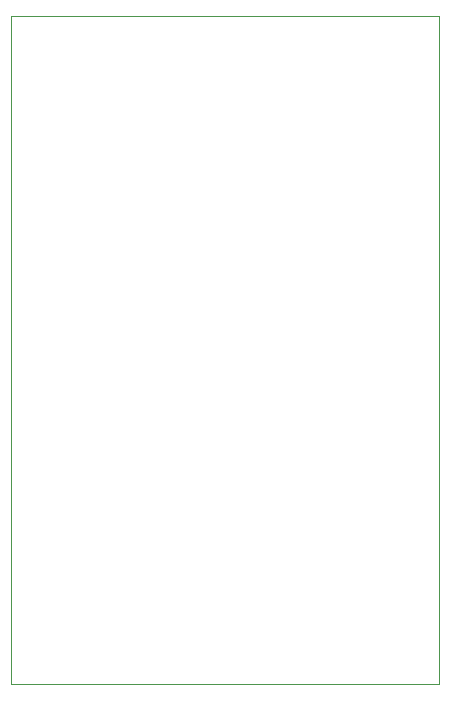
<source format=gbr>
G04 #@! TF.GenerationSoftware,KiCad,Pcbnew,(5.1.5)-3*
G04 #@! TF.CreationDate,2021-01-15T17:36:30+01:00*
G04 #@! TF.ProjectId,pHmeter,70486d65-7465-4722-9e6b-696361645f70,rev?*
G04 #@! TF.SameCoordinates,Original*
G04 #@! TF.FileFunction,Profile,NP*
%FSLAX46Y46*%
G04 Gerber Fmt 4.6, Leading zero omitted, Abs format (unit mm)*
G04 Created by KiCad (PCBNEW (5.1.5)-3) date 2021-01-15 17:36:30*
%MOMM*%
%LPD*%
G04 APERTURE LIST*
%ADD10C,0.050000*%
G04 APERTURE END LIST*
D10*
X36830000Y-98425000D02*
X36830000Y-41910000D01*
X73025000Y-98425000D02*
X36830000Y-98425000D01*
X73025000Y-41910000D02*
X73025000Y-98425000D01*
X36830000Y-41910000D02*
X73025000Y-41910000D01*
M02*

</source>
